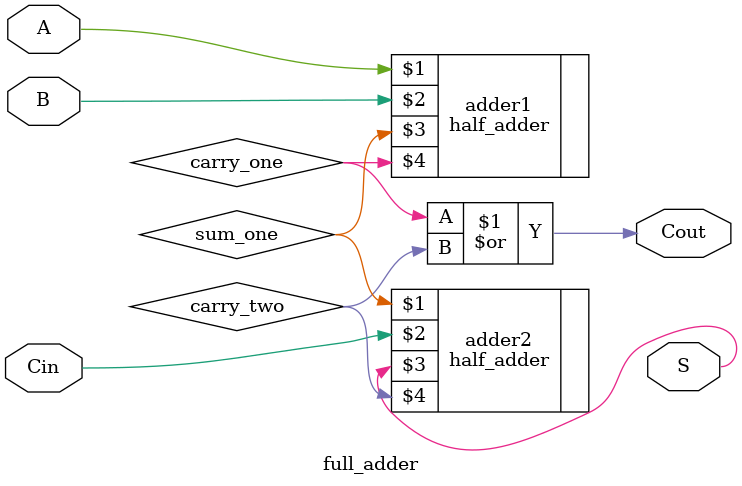
<source format=v>
`timescale 1ns/10ps

module full_adder(
    input A, B, Cin,
    output S, Cout
);
wire carry_one, sum_one, carry_two;
half_adder adder1(A,B,sum_one,carry_one);
half_adder adder2(sum_one, Cin, S, carry_two);
or (Cout, carry_one, carry_two);

endmodule
</source>
